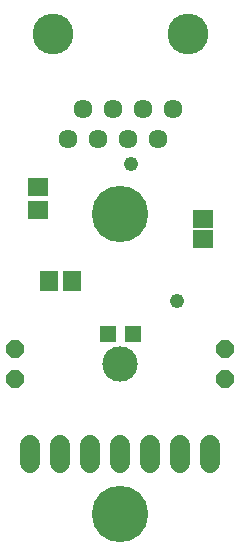
<source format=gbs>
G75*
%MOIN*%
%OFA0B0*%
%FSLAX24Y24*%
%IPPOS*%
%LPD*%
%AMOC8*
5,1,8,0,0,1.08239X$1,22.5*
%
%ADD10C,0.1182*%
%ADD11R,0.0671X0.0592*%
%ADD12R,0.0592X0.0710*%
%ADD13R,0.0552X0.0552*%
%ADD14C,0.0634*%
%ADD15C,0.1360*%
%ADD16R,0.0710X0.0592*%
%ADD17OC8,0.0600*%
%ADD18C,0.0680*%
%ADD19C,0.0480*%
%ADD20C,0.1880*%
D10*
X004180Y013508D03*
D11*
X006930Y017673D03*
X006930Y018343D03*
D12*
X002554Y016258D03*
X001806Y016258D03*
D13*
X003767Y014508D03*
X004593Y014508D03*
D14*
X004430Y021008D03*
X003430Y021008D03*
X002430Y021008D03*
X002930Y022008D03*
X003930Y022008D03*
X004930Y022008D03*
X005930Y022008D03*
X005430Y021008D03*
D15*
X006430Y024508D03*
X001930Y024508D03*
D16*
X001430Y019382D03*
X001430Y018634D03*
D17*
X000680Y014008D03*
X000680Y013008D03*
X007680Y013008D03*
X007680Y014008D03*
D18*
X007180Y010808D02*
X007180Y010208D01*
X006180Y010208D02*
X006180Y010808D01*
X005180Y010808D02*
X005180Y010208D01*
X004180Y010208D02*
X004180Y010808D01*
X003180Y010808D02*
X003180Y010208D01*
X002180Y010208D02*
X002180Y010808D01*
X001180Y010808D02*
X001180Y010208D01*
D19*
X006080Y015608D03*
X004530Y020158D03*
D20*
X004180Y008508D03*
X004180Y018508D03*
M02*

</source>
